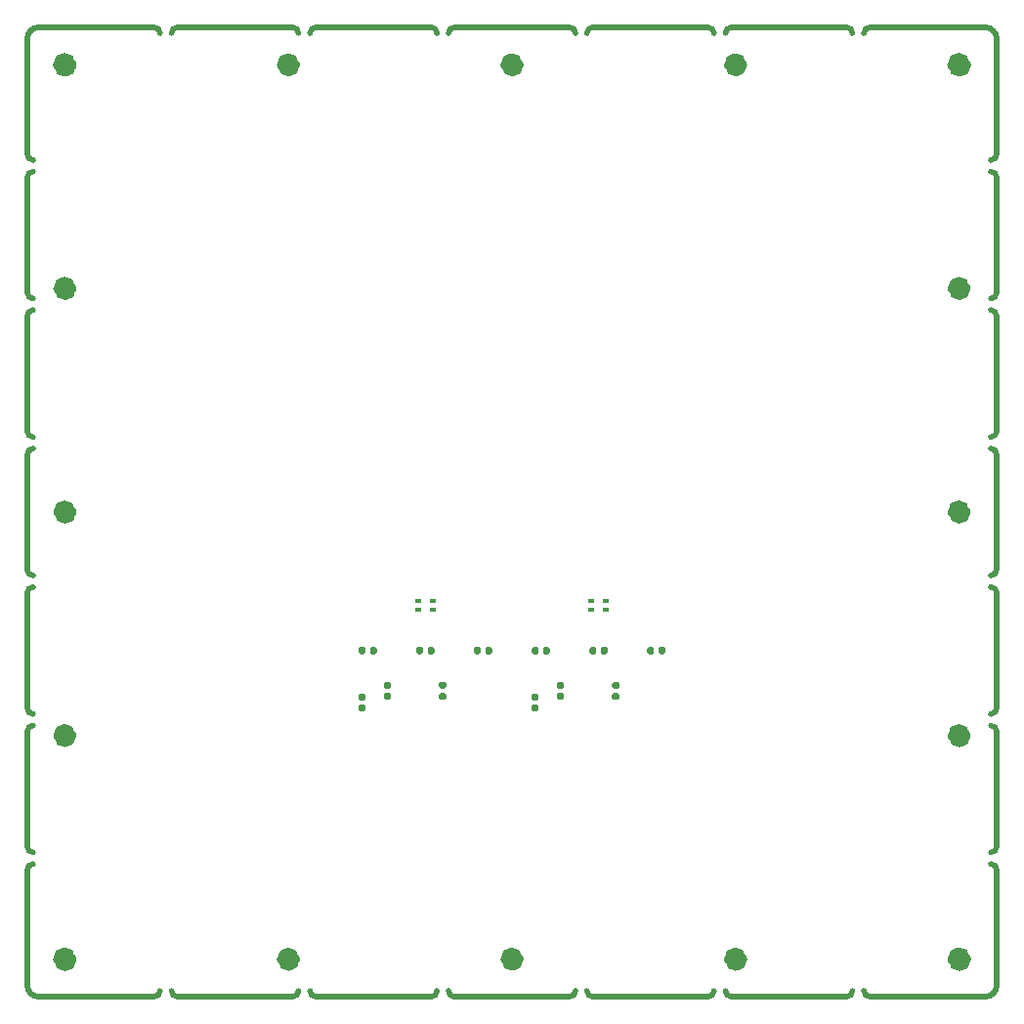
<source format=gbr>
G04 #@! TF.GenerationSoftware,KiCad,Pcbnew,5.1.7*
G04 #@! TF.CreationDate,2020-11-05T20:27:50+01:00*
G04 #@! TF.ProjectId,stencil,7374656e-6369-46c2-9e6b-696361645f70,rev?*
G04 #@! TF.SameCoordinates,Original*
G04 #@! TF.FileFunction,Paste,Top*
G04 #@! TF.FilePolarity,Positive*
%FSLAX46Y46*%
G04 Gerber Fmt 4.6, Leading zero omitted, Abs format (unit mm)*
G04 Created by KiCad (PCBNEW 5.1.7) date 2020-11-05 20:27:50*
%MOMM*%
%LPD*%
G01*
G04 APERTURE LIST*
%ADD10C,1.050000*%
%ADD11C,1.000000*%
%ADD12C,0.500000*%
%ADD13R,0.600000X0.400000*%
G04 APERTURE END LIST*
D10*
X25275109Y-107250031D02*
G75*
G03*
X25275109Y-107250031I-525000J0D01*
G01*
X102775109Y-107250031D02*
G75*
G03*
X102775109Y-107250031I-525000J0D01*
G01*
X102775109Y-29750031D02*
G75*
G03*
X102775109Y-29750031I-525000J0D01*
G01*
X25275109Y-29750031D02*
G75*
G03*
X25275109Y-29750031I-525000J0D01*
G01*
D11*
X102750109Y-87875031D02*
G75*
G03*
X102750109Y-87875031I-500000J0D01*
G01*
X25250109Y-87875031D02*
G75*
G03*
X25250109Y-87875031I-500000J0D01*
G01*
X102750109Y-68500031D02*
G75*
G03*
X102750109Y-68500031I-500000J0D01*
G01*
X25250109Y-68500031D02*
G75*
G03*
X25250109Y-68500031I-500000J0D01*
G01*
X102750109Y-49125031D02*
G75*
G03*
X102750109Y-49125031I-500000J0D01*
G01*
X25250109Y-49125031D02*
G75*
G03*
X25250109Y-49125031I-500000J0D01*
G01*
X83375109Y-107250031D02*
G75*
G03*
X83375109Y-107250031I-500000J0D01*
G01*
X83375109Y-29750031D02*
G75*
G03*
X83375109Y-29750031I-500000J0D01*
G01*
X64000109Y-107250031D02*
G75*
G03*
X64000109Y-107250031I-500000J0D01*
G01*
X64000109Y-29750031D02*
G75*
G03*
X64000109Y-29750031I-500000J0D01*
G01*
X44625109Y-107250031D02*
G75*
G03*
X44625109Y-107250031I-500000J0D01*
G01*
X44625109Y-29750031D02*
G75*
G03*
X44625109Y-29750031I-500000J0D01*
G01*
D12*
X105000109Y-99000031D02*
G75*
G02*
X105500109Y-99500031I0J-500000D01*
G01*
X105500109Y-99500031D02*
X105500109Y-109500031D01*
X22000109Y-99000031D02*
G75*
G03*
X21500109Y-99500031I0J-500000D01*
G01*
X21500109Y-99500031D02*
X21500109Y-109500031D01*
X105000109Y-98000031D02*
G75*
G03*
X105500109Y-97500031I0J500000D01*
G01*
X105000109Y-87000031D02*
G75*
G02*
X105500109Y-87500031I0J-500000D01*
G01*
X105500109Y-87500031D02*
X105500109Y-97500031D01*
X22000109Y-98000031D02*
G75*
G02*
X21500109Y-97500031I0J500000D01*
G01*
X22000109Y-87000031D02*
G75*
G03*
X21500109Y-87500031I0J-500000D01*
G01*
X21500109Y-87500031D02*
X21500109Y-97500031D01*
X105000109Y-86000031D02*
G75*
G03*
X105500109Y-85500031I0J500000D01*
G01*
X105000109Y-75000031D02*
G75*
G02*
X105500109Y-75500031I0J-500000D01*
G01*
X105500109Y-75500031D02*
X105500109Y-85500031D01*
X22000109Y-86000031D02*
G75*
G02*
X21500109Y-85500031I0J500000D01*
G01*
X22000109Y-75000031D02*
G75*
G03*
X21500109Y-75500031I0J-500000D01*
G01*
X21500109Y-75500031D02*
X21500109Y-85500031D01*
X105000109Y-74000031D02*
G75*
G03*
X105500109Y-73500031I0J500000D01*
G01*
X105000109Y-63000031D02*
G75*
G02*
X105500109Y-63500031I0J-500000D01*
G01*
X105500109Y-63500031D02*
X105500109Y-73500031D01*
X22000109Y-74000031D02*
G75*
G02*
X21500109Y-73500031I0J500000D01*
G01*
X22000109Y-63000031D02*
G75*
G03*
X21500109Y-63500031I0J-500000D01*
G01*
X21500109Y-63500031D02*
X21500109Y-73500031D01*
X105000109Y-62000031D02*
G75*
G03*
X105500109Y-61500031I0J500000D01*
G01*
X105000109Y-51000031D02*
G75*
G02*
X105500109Y-51500031I0J-500000D01*
G01*
X105500109Y-51500031D02*
X105500109Y-61500031D01*
X22000109Y-62000031D02*
G75*
G02*
X21500109Y-61500031I0J500000D01*
G01*
X22000109Y-51000031D02*
G75*
G03*
X21500109Y-51500031I0J-500000D01*
G01*
X21500109Y-51500031D02*
X21500109Y-61500031D01*
X105000109Y-50000031D02*
G75*
G03*
X105500109Y-49500031I0J500000D01*
G01*
X105000109Y-39000031D02*
G75*
G02*
X105500109Y-39500031I0J-500000D01*
G01*
X105500109Y-39500031D02*
X105500109Y-49500031D01*
X22000109Y-50000031D02*
G75*
G02*
X21500109Y-49500031I0J500000D01*
G01*
X22000109Y-39000031D02*
G75*
G03*
X21500109Y-39500031I0J-500000D01*
G01*
X21500109Y-39500031D02*
X21500109Y-49500031D01*
X105000109Y-38000031D02*
G75*
G03*
X105500109Y-37500031I0J500000D01*
G01*
X105500109Y-27500031D02*
X105500109Y-37500031D01*
X22000109Y-38000031D02*
G75*
G02*
X21500109Y-37500031I0J500000D01*
G01*
X21500109Y-27500031D02*
X21500109Y-37500031D01*
X94000109Y-110000031D02*
G75*
G03*
X94500109Y-110500031I500000J0D01*
G01*
X94500109Y-110500031D02*
X104500109Y-110500031D01*
X94000109Y-27000031D02*
G75*
G02*
X94500109Y-26500031I500000J0D01*
G01*
X94500109Y-26500031D02*
X104500109Y-26500031D01*
X93000109Y-110000031D02*
G75*
G02*
X92500109Y-110500031I-500000J0D01*
G01*
X82000109Y-110000031D02*
G75*
G03*
X82500109Y-110500031I500000J0D01*
G01*
X82500109Y-110500031D02*
X92500109Y-110500031D01*
X93000109Y-27000031D02*
G75*
G03*
X92500109Y-26500031I-500000J0D01*
G01*
X82000109Y-27000031D02*
G75*
G02*
X82500109Y-26500031I500000J0D01*
G01*
X82500109Y-26500031D02*
X92500109Y-26500031D01*
X81000109Y-110000031D02*
G75*
G02*
X80500109Y-110500031I-500000J0D01*
G01*
X70000109Y-110000031D02*
G75*
G03*
X70500109Y-110500031I500000J0D01*
G01*
X70500109Y-110500031D02*
X80500109Y-110500031D01*
X81000109Y-27000031D02*
G75*
G03*
X80500109Y-26500031I-500000J0D01*
G01*
X70000109Y-27000031D02*
G75*
G02*
X70500109Y-26500031I500000J0D01*
G01*
X70500109Y-26500031D02*
X80500109Y-26500031D01*
X69000109Y-110000031D02*
G75*
G02*
X68500109Y-110500031I-500000J0D01*
G01*
X58000109Y-110000031D02*
G75*
G03*
X58500109Y-110500031I500000J0D01*
G01*
X58500109Y-110500031D02*
X68500109Y-110500031D01*
X69000109Y-27000031D02*
G75*
G03*
X68500109Y-26500031I-500000J0D01*
G01*
X58000109Y-27000031D02*
G75*
G02*
X58500109Y-26500031I500000J0D01*
G01*
X58500109Y-26500031D02*
X68500109Y-26500031D01*
X57000109Y-110000031D02*
G75*
G02*
X56500109Y-110500031I-500000J0D01*
G01*
X46000109Y-110000031D02*
G75*
G03*
X46500109Y-110500031I500000J0D01*
G01*
X46500109Y-110500031D02*
X56500109Y-110500031D01*
X57000109Y-27000031D02*
G75*
G03*
X56500109Y-26500031I-500000J0D01*
G01*
X46000109Y-27000031D02*
G75*
G02*
X46500109Y-26500031I500000J0D01*
G01*
X46500109Y-26500031D02*
X56500109Y-26500031D01*
X45000109Y-110000031D02*
G75*
G02*
X44500109Y-110500031I-500000J0D01*
G01*
X34000109Y-110000031D02*
G75*
G03*
X34500109Y-110500031I500000J0D01*
G01*
X34500109Y-110500031D02*
X44500109Y-110500031D01*
X45000109Y-27000031D02*
G75*
G03*
X44500109Y-26500031I-500000J0D01*
G01*
X34000109Y-27000031D02*
G75*
G02*
X34500109Y-26500031I500000J0D01*
G01*
X34500109Y-26500031D02*
X44500109Y-26500031D01*
X33000109Y-110000031D02*
G75*
G02*
X32500109Y-110500031I-500000J0D01*
G01*
X22500109Y-110500031D02*
X32500109Y-110500031D01*
X33000109Y-27000031D02*
G75*
G03*
X32500109Y-26500031I-500000J0D01*
G01*
X22500109Y-26500031D02*
X32500109Y-26500031D01*
X22500109Y-110500031D02*
G75*
G02*
X21500109Y-109500031I0J1000000D01*
G01*
X105500109Y-109500031D02*
G75*
G02*
X104500109Y-110500031I-1000000J0D01*
G01*
X104500109Y-26500031D02*
G75*
G02*
X105500109Y-27500031I0J-1000000D01*
G01*
X21500109Y-27500031D02*
G75*
G02*
X22500109Y-26500031I1000000J0D01*
G01*
G04 #@! TO.C,R2*
G36*
G01*
X65327518Y-84220001D02*
X65672518Y-84220001D01*
G75*
G02*
X65820018Y-84367501I0J-147500D01*
G01*
X65820018Y-84662501D01*
G75*
G02*
X65672518Y-84810001I-147500J0D01*
G01*
X65327518Y-84810001D01*
G75*
G02*
X65180018Y-84662501I0J147500D01*
G01*
X65180018Y-84367501D01*
G75*
G02*
X65327518Y-84220001I147500J0D01*
G01*
G37*
G36*
G01*
X65327518Y-85190001D02*
X65672518Y-85190001D01*
G75*
G02*
X65820018Y-85337501I0J-147500D01*
G01*
X65820018Y-85632501D01*
G75*
G02*
X65672518Y-85780001I-147500J0D01*
G01*
X65327518Y-85780001D01*
G75*
G02*
X65180018Y-85632501I0J147500D01*
G01*
X65180018Y-85337501D01*
G75*
G02*
X65327518Y-85190001I147500J0D01*
G01*
G37*
G04 #@! TD*
G04 #@! TO.C,R3*
G36*
G01*
X67527518Y-83220001D02*
X67872518Y-83220001D01*
G75*
G02*
X68020018Y-83367501I0J-147500D01*
G01*
X68020018Y-83662501D01*
G75*
G02*
X67872518Y-83810001I-147500J0D01*
G01*
X67527518Y-83810001D01*
G75*
G02*
X67380018Y-83662501I0J147500D01*
G01*
X67380018Y-83367501D01*
G75*
G02*
X67527518Y-83220001I147500J0D01*
G01*
G37*
G36*
G01*
X67527518Y-84190001D02*
X67872518Y-84190001D01*
G75*
G02*
X68020018Y-84337501I0J-147500D01*
G01*
X68020018Y-84632501D01*
G75*
G02*
X67872518Y-84780001I-147500J0D01*
G01*
X67527518Y-84780001D01*
G75*
G02*
X67380018Y-84632501I0J147500D01*
G01*
X67380018Y-84337501D01*
G75*
G02*
X67527518Y-84190001I147500J0D01*
G01*
G37*
G04 #@! TD*
G04 #@! TO.C,R4*
G36*
G01*
X72327518Y-83220001D02*
X72672518Y-83220001D01*
G75*
G02*
X72820018Y-83367501I0J-147500D01*
G01*
X72820018Y-83662501D01*
G75*
G02*
X72672518Y-83810001I-147500J0D01*
G01*
X72327518Y-83810001D01*
G75*
G02*
X72180018Y-83662501I0J147500D01*
G01*
X72180018Y-83367501D01*
G75*
G02*
X72327518Y-83220001I147500J0D01*
G01*
G37*
G36*
G01*
X72327518Y-84190001D02*
X72672518Y-84190001D01*
G75*
G02*
X72820018Y-84337501I0J-147500D01*
G01*
X72820018Y-84632501D01*
G75*
G02*
X72672518Y-84780001I-147500J0D01*
G01*
X72327518Y-84780001D01*
G75*
G02*
X72180018Y-84632501I0J147500D01*
G01*
X72180018Y-84337501D01*
G75*
G02*
X72327518Y-84190001I147500J0D01*
G01*
G37*
G04 #@! TD*
G04 #@! TO.C,R5*
G36*
G01*
X66190018Y-80672501D02*
X66190018Y-80327501D01*
G75*
G02*
X66337518Y-80180001I147500J0D01*
G01*
X66632518Y-80180001D01*
G75*
G02*
X66780018Y-80327501I0J-147500D01*
G01*
X66780018Y-80672501D01*
G75*
G02*
X66632518Y-80820001I-147500J0D01*
G01*
X66337518Y-80820001D01*
G75*
G02*
X66190018Y-80672501I0J147500D01*
G01*
G37*
G36*
G01*
X65220018Y-80672501D02*
X65220018Y-80327501D01*
G75*
G02*
X65367518Y-80180001I147500J0D01*
G01*
X65662518Y-80180001D01*
G75*
G02*
X65810018Y-80327501I0J-147500D01*
G01*
X65810018Y-80672501D01*
G75*
G02*
X65662518Y-80820001I-147500J0D01*
G01*
X65367518Y-80820001D01*
G75*
G02*
X65220018Y-80672501I0J147500D01*
G01*
G37*
G04 #@! TD*
G04 #@! TO.C,R6*
G36*
G01*
X70220018Y-80672501D02*
X70220018Y-80327501D01*
G75*
G02*
X70367518Y-80180001I147500J0D01*
G01*
X70662518Y-80180001D01*
G75*
G02*
X70810018Y-80327501I0J-147500D01*
G01*
X70810018Y-80672501D01*
G75*
G02*
X70662518Y-80820001I-147500J0D01*
G01*
X70367518Y-80820001D01*
G75*
G02*
X70220018Y-80672501I0J147500D01*
G01*
G37*
G36*
G01*
X71190018Y-80672501D02*
X71190018Y-80327501D01*
G75*
G02*
X71337518Y-80180001I147500J0D01*
G01*
X71632518Y-80180001D01*
G75*
G02*
X71780018Y-80327501I0J-147500D01*
G01*
X71780018Y-80672501D01*
G75*
G02*
X71632518Y-80820001I-147500J0D01*
G01*
X71337518Y-80820001D01*
G75*
G02*
X71190018Y-80672501I0J147500D01*
G01*
G37*
G04 #@! TD*
G04 #@! TO.C,R7*
G36*
G01*
X75220018Y-80672501D02*
X75220018Y-80327501D01*
G75*
G02*
X75367518Y-80180001I147500J0D01*
G01*
X75662518Y-80180001D01*
G75*
G02*
X75810018Y-80327501I0J-147500D01*
G01*
X75810018Y-80672501D01*
G75*
G02*
X75662518Y-80820001I-147500J0D01*
G01*
X75367518Y-80820001D01*
G75*
G02*
X75220018Y-80672501I0J147500D01*
G01*
G37*
G36*
G01*
X76190018Y-80672501D02*
X76190018Y-80327501D01*
G75*
G02*
X76337518Y-80180001I147500J0D01*
G01*
X76632518Y-80180001D01*
G75*
G02*
X76780018Y-80327501I0J-147500D01*
G01*
X76780018Y-80672501D01*
G75*
G02*
X76632518Y-80820001I-147500J0D01*
G01*
X76337518Y-80820001D01*
G75*
G02*
X76190018Y-80672501I0J147500D01*
G01*
G37*
G04 #@! TD*
D13*
G04 #@! TO.C,D2*
X70350018Y-76180001D03*
X71650018Y-76180001D03*
X71650018Y-76980001D03*
X70350018Y-76980001D03*
G04 #@! TD*
G04 #@! TO.C,R2*
G36*
G01*
X50327501Y-84220001D02*
X50672501Y-84220001D01*
G75*
G02*
X50820001Y-84367501I0J-147500D01*
G01*
X50820001Y-84662501D01*
G75*
G02*
X50672501Y-84810001I-147500J0D01*
G01*
X50327501Y-84810001D01*
G75*
G02*
X50180001Y-84662501I0J147500D01*
G01*
X50180001Y-84367501D01*
G75*
G02*
X50327501Y-84220001I147500J0D01*
G01*
G37*
G36*
G01*
X50327501Y-85190001D02*
X50672501Y-85190001D01*
G75*
G02*
X50820001Y-85337501I0J-147500D01*
G01*
X50820001Y-85632501D01*
G75*
G02*
X50672501Y-85780001I-147500J0D01*
G01*
X50327501Y-85780001D01*
G75*
G02*
X50180001Y-85632501I0J147500D01*
G01*
X50180001Y-85337501D01*
G75*
G02*
X50327501Y-85190001I147500J0D01*
G01*
G37*
G04 #@! TD*
G04 #@! TO.C,R3*
G36*
G01*
X52527501Y-83220001D02*
X52872501Y-83220001D01*
G75*
G02*
X53020001Y-83367501I0J-147500D01*
G01*
X53020001Y-83662501D01*
G75*
G02*
X52872501Y-83810001I-147500J0D01*
G01*
X52527501Y-83810001D01*
G75*
G02*
X52380001Y-83662501I0J147500D01*
G01*
X52380001Y-83367501D01*
G75*
G02*
X52527501Y-83220001I147500J0D01*
G01*
G37*
G36*
G01*
X52527501Y-84190001D02*
X52872501Y-84190001D01*
G75*
G02*
X53020001Y-84337501I0J-147500D01*
G01*
X53020001Y-84632501D01*
G75*
G02*
X52872501Y-84780001I-147500J0D01*
G01*
X52527501Y-84780001D01*
G75*
G02*
X52380001Y-84632501I0J147500D01*
G01*
X52380001Y-84337501D01*
G75*
G02*
X52527501Y-84190001I147500J0D01*
G01*
G37*
G04 #@! TD*
G04 #@! TO.C,R4*
G36*
G01*
X57327501Y-83220001D02*
X57672501Y-83220001D01*
G75*
G02*
X57820001Y-83367501I0J-147500D01*
G01*
X57820001Y-83662501D01*
G75*
G02*
X57672501Y-83810001I-147500J0D01*
G01*
X57327501Y-83810001D01*
G75*
G02*
X57180001Y-83662501I0J147500D01*
G01*
X57180001Y-83367501D01*
G75*
G02*
X57327501Y-83220001I147500J0D01*
G01*
G37*
G36*
G01*
X57327501Y-84190001D02*
X57672501Y-84190001D01*
G75*
G02*
X57820001Y-84337501I0J-147500D01*
G01*
X57820001Y-84632501D01*
G75*
G02*
X57672501Y-84780001I-147500J0D01*
G01*
X57327501Y-84780001D01*
G75*
G02*
X57180001Y-84632501I0J147500D01*
G01*
X57180001Y-84337501D01*
G75*
G02*
X57327501Y-84190001I147500J0D01*
G01*
G37*
G04 #@! TD*
G04 #@! TO.C,R5*
G36*
G01*
X51190001Y-80672501D02*
X51190001Y-80327501D01*
G75*
G02*
X51337501Y-80180001I147500J0D01*
G01*
X51632501Y-80180001D01*
G75*
G02*
X51780001Y-80327501I0J-147500D01*
G01*
X51780001Y-80672501D01*
G75*
G02*
X51632501Y-80820001I-147500J0D01*
G01*
X51337501Y-80820001D01*
G75*
G02*
X51190001Y-80672501I0J147500D01*
G01*
G37*
G36*
G01*
X50220001Y-80672501D02*
X50220001Y-80327501D01*
G75*
G02*
X50367501Y-80180001I147500J0D01*
G01*
X50662501Y-80180001D01*
G75*
G02*
X50810001Y-80327501I0J-147500D01*
G01*
X50810001Y-80672501D01*
G75*
G02*
X50662501Y-80820001I-147500J0D01*
G01*
X50367501Y-80820001D01*
G75*
G02*
X50220001Y-80672501I0J147500D01*
G01*
G37*
G04 #@! TD*
G04 #@! TO.C,R6*
G36*
G01*
X55220001Y-80672501D02*
X55220001Y-80327501D01*
G75*
G02*
X55367501Y-80180001I147500J0D01*
G01*
X55662501Y-80180001D01*
G75*
G02*
X55810001Y-80327501I0J-147500D01*
G01*
X55810001Y-80672501D01*
G75*
G02*
X55662501Y-80820001I-147500J0D01*
G01*
X55367501Y-80820001D01*
G75*
G02*
X55220001Y-80672501I0J147500D01*
G01*
G37*
G36*
G01*
X56190001Y-80672501D02*
X56190001Y-80327501D01*
G75*
G02*
X56337501Y-80180001I147500J0D01*
G01*
X56632501Y-80180001D01*
G75*
G02*
X56780001Y-80327501I0J-147500D01*
G01*
X56780001Y-80672501D01*
G75*
G02*
X56632501Y-80820001I-147500J0D01*
G01*
X56337501Y-80820001D01*
G75*
G02*
X56190001Y-80672501I0J147500D01*
G01*
G37*
G04 #@! TD*
G04 #@! TO.C,R7*
G36*
G01*
X60220001Y-80672501D02*
X60220001Y-80327501D01*
G75*
G02*
X60367501Y-80180001I147500J0D01*
G01*
X60662501Y-80180001D01*
G75*
G02*
X60810001Y-80327501I0J-147500D01*
G01*
X60810001Y-80672501D01*
G75*
G02*
X60662501Y-80820001I-147500J0D01*
G01*
X60367501Y-80820001D01*
G75*
G02*
X60220001Y-80672501I0J147500D01*
G01*
G37*
G36*
G01*
X61190001Y-80672501D02*
X61190001Y-80327501D01*
G75*
G02*
X61337501Y-80180001I147500J0D01*
G01*
X61632501Y-80180001D01*
G75*
G02*
X61780001Y-80327501I0J-147500D01*
G01*
X61780001Y-80672501D01*
G75*
G02*
X61632501Y-80820001I-147500J0D01*
G01*
X61337501Y-80820001D01*
G75*
G02*
X61190001Y-80672501I0J147500D01*
G01*
G37*
G04 #@! TD*
G04 #@! TO.C,D2*
X55350001Y-76180001D03*
X56650001Y-76180001D03*
X56650001Y-76980001D03*
X55350001Y-76980001D03*
G04 #@! TD*
M02*

</source>
